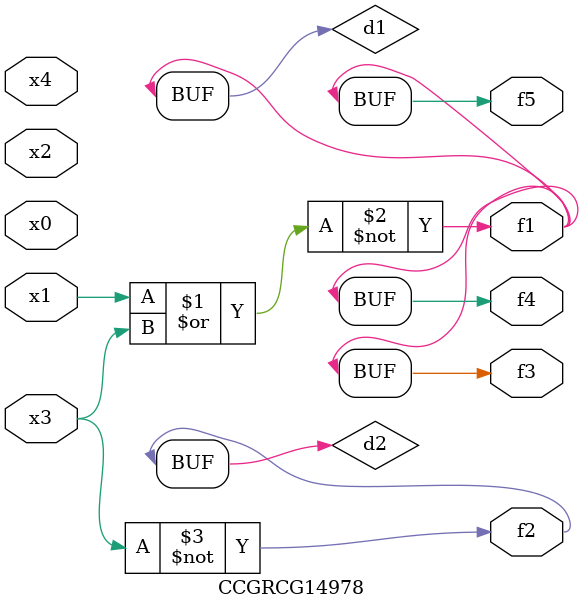
<source format=v>
module CCGRCG14978(
	input x0, x1, x2, x3, x4,
	output f1, f2, f3, f4, f5
);

	wire d1, d2;

	nor (d1, x1, x3);
	not (d2, x3);
	assign f1 = d1;
	assign f2 = d2;
	assign f3 = d1;
	assign f4 = d1;
	assign f5 = d1;
endmodule

</source>
